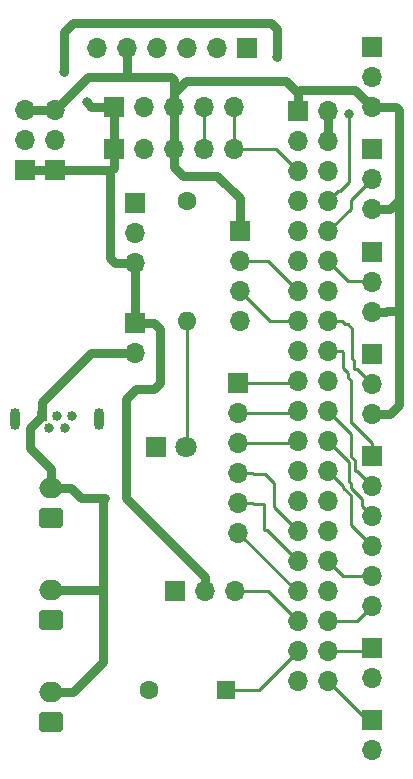
<source format=gtl>
G04 #@! TF.GenerationSoftware,KiCad,Pcbnew,8.0.8*
G04 #@! TF.CreationDate,2025-05-07T21:48:01+01:00*
G04 #@! TF.ProjectId,RPi-flex_PCB02,5250692d-666c-4657-985f-50434230322e,rev?*
G04 #@! TF.SameCoordinates,Original*
G04 #@! TF.FileFunction,Copper,L1,Top*
G04 #@! TF.FilePolarity,Positive*
%FSLAX46Y46*%
G04 Gerber Fmt 4.6, Leading zero omitted, Abs format (unit mm)*
G04 Created by KiCad (PCBNEW 8.0.8) date 2025-05-07 21:48:01*
%MOMM*%
%LPD*%
G01*
G04 APERTURE LIST*
G04 Aperture macros list*
%AMRoundRect*
0 Rectangle with rounded corners*
0 $1 Rounding radius*
0 $2 $3 $4 $5 $6 $7 $8 $9 X,Y pos of 4 corners*
0 Add a 4 corners polygon primitive as box body*
4,1,4,$2,$3,$4,$5,$6,$7,$8,$9,$2,$3,0*
0 Add four circle primitives for the rounded corners*
1,1,$1+$1,$2,$3*
1,1,$1+$1,$4,$5*
1,1,$1+$1,$6,$7*
1,1,$1+$1,$8,$9*
0 Add four rect primitives between the rounded corners*
20,1,$1+$1,$2,$3,$4,$5,0*
20,1,$1+$1,$4,$5,$6,$7,0*
20,1,$1+$1,$6,$7,$8,$9,0*
20,1,$1+$1,$8,$9,$2,$3,0*%
G04 Aperture macros list end*
G04 #@! TA.AperFunction,ComponentPad*
%ADD10R,1.600000X1.600000*%
G04 #@! TD*
G04 #@! TA.AperFunction,ComponentPad*
%ADD11C,1.600000*%
G04 #@! TD*
G04 #@! TA.AperFunction,ComponentPad*
%ADD12R,1.700000X1.700000*%
G04 #@! TD*
G04 #@! TA.AperFunction,ComponentPad*
%ADD13O,1.700000X1.700000*%
G04 #@! TD*
G04 #@! TA.AperFunction,ComponentPad*
%ADD14RoundRect,0.250000X0.750000X-0.600000X0.750000X0.600000X-0.750000X0.600000X-0.750000X-0.600000X0*%
G04 #@! TD*
G04 #@! TA.AperFunction,ComponentPad*
%ADD15O,2.000000X1.700000*%
G04 #@! TD*
G04 #@! TA.AperFunction,ComponentPad*
%ADD16O,1.600000X1.600000*%
G04 #@! TD*
G04 #@! TA.AperFunction,ComponentPad*
%ADD17R,0.840000X0.840000*%
G04 #@! TD*
G04 #@! TA.AperFunction,ComponentPad*
%ADD18C,0.840000*%
G04 #@! TD*
G04 #@! TA.AperFunction,ComponentPad*
%ADD19O,0.850000X1.850000*%
G04 #@! TD*
G04 #@! TA.AperFunction,ComponentPad*
%ADD20R,1.800000X1.800000*%
G04 #@! TD*
G04 #@! TA.AperFunction,ComponentPad*
%ADD21C,1.800000*%
G04 #@! TD*
G04 #@! TA.AperFunction,ViaPad*
%ADD22C,0.800000*%
G04 #@! TD*
G04 #@! TA.AperFunction,Conductor*
%ADD23C,0.250000*%
G04 #@! TD*
G04 #@! TA.AperFunction,Conductor*
%ADD24C,0.750000*%
G04 #@! TD*
G04 APERTURE END LIST*
D10*
X128270000Y-124460000D03*
D11*
X121770000Y-124460000D03*
D12*
X118745000Y-75057000D03*
D13*
X121285000Y-75057000D03*
X123825000Y-75057000D03*
X126365000Y-75057000D03*
X128905000Y-75057000D03*
D12*
X118745000Y-78613000D03*
D13*
X121285000Y-78613000D03*
X123825000Y-78613000D03*
X126365000Y-78613000D03*
X128905000Y-78613000D03*
D12*
X111252000Y-80391000D03*
D13*
X111252000Y-77851000D03*
X111252000Y-75311000D03*
D12*
X113792000Y-80391000D03*
D13*
X113792000Y-77851000D03*
X113792000Y-75311000D03*
D12*
X130048000Y-70104000D03*
D13*
X127508000Y-70104000D03*
X124968000Y-70104000D03*
X122428000Y-70104000D03*
X119888000Y-70104000D03*
X117348000Y-70104000D03*
D12*
X120523000Y-83185000D03*
D13*
X120523000Y-85725000D03*
X120523000Y-88265000D03*
D14*
X113411000Y-109855000D03*
D15*
X113411000Y-107355000D03*
D14*
X113411000Y-118491000D03*
D15*
X113411000Y-115991000D03*
D14*
X113411000Y-127127000D03*
D15*
X113411000Y-124627000D03*
D11*
X124968000Y-83058000D03*
D16*
X124968000Y-93218000D03*
D12*
X129413000Y-85598000D03*
D13*
X129413000Y-88138000D03*
X129413000Y-90678000D03*
X129413000Y-93218000D03*
D17*
X112649000Y-101219000D03*
D18*
X113299000Y-102219000D03*
X113949000Y-101219000D03*
X114599000Y-102219000D03*
X115249000Y-101219000D03*
D19*
X110374000Y-101439000D03*
X117524000Y-101439000D03*
D12*
X120523000Y-93345000D03*
D13*
X120523000Y-95885000D03*
D12*
X140589000Y-104648000D03*
D13*
X140589000Y-107188000D03*
X140589000Y-109728000D03*
X140589000Y-112268000D03*
X140589000Y-114808000D03*
X140589000Y-117348000D03*
D12*
X140589000Y-69977000D03*
D13*
X140589000Y-72517000D03*
X140589000Y-75057000D03*
D12*
X140589000Y-78613000D03*
D13*
X140589000Y-81153000D03*
X140589000Y-83693000D03*
D12*
X140589000Y-127000000D03*
D13*
X140589000Y-129540000D03*
D12*
X140589000Y-87300000D03*
D13*
X140589000Y-89840000D03*
X140589000Y-92380000D03*
D12*
X140589000Y-120904000D03*
D13*
X140589000Y-123444000D03*
D12*
X140589000Y-96012000D03*
D13*
X140589000Y-98552000D03*
X140589000Y-101092000D03*
D12*
X123952000Y-116078000D03*
D13*
X126492000Y-116078000D03*
X129032000Y-116078000D03*
D20*
X122301000Y-103886000D03*
D21*
X124841000Y-103886000D03*
D12*
X129286000Y-98425000D03*
D13*
X129286000Y-100965000D03*
X129286000Y-103505000D03*
X129286000Y-106045000D03*
X129286000Y-108585000D03*
X129286000Y-111125000D03*
D12*
X134366000Y-75438000D03*
D13*
X136906000Y-75438000D03*
X134366000Y-77978000D03*
X136906000Y-77978000D03*
X134366000Y-80518000D03*
X136906000Y-80518000D03*
X134366000Y-83058000D03*
X136906000Y-83058000D03*
X134366000Y-85598000D03*
X136906000Y-85598000D03*
X134366000Y-88138000D03*
X136906000Y-88138000D03*
X134366000Y-90678000D03*
X136906000Y-90678000D03*
X134366000Y-93218000D03*
X136906000Y-93218000D03*
X134366000Y-95758000D03*
X136906000Y-95758000D03*
X134366000Y-98298000D03*
X136906000Y-98298000D03*
X134366000Y-100838000D03*
X136906000Y-100838000D03*
X134366000Y-103378000D03*
X136906000Y-103378000D03*
X134366000Y-105918000D03*
X136906000Y-105918000D03*
X134366000Y-108458000D03*
X136906000Y-108458000D03*
X134366000Y-110998000D03*
X136906000Y-110998000D03*
X134366000Y-113538000D03*
X136906000Y-113538000D03*
X134366000Y-116078000D03*
X136906000Y-116078000D03*
X134366000Y-118618000D03*
X136906000Y-118618000D03*
X134366000Y-121158000D03*
X136906000Y-121158000D03*
X134366000Y-123698000D03*
X136906000Y-123698000D03*
D22*
X114554000Y-72136000D03*
X116459000Y-74676000D03*
X132588000Y-70866000D03*
X138684000Y-75692000D03*
D23*
X131064000Y-124460000D02*
X134366000Y-121158000D01*
X128270000Y-124460000D02*
X131064000Y-124460000D01*
D24*
X133366919Y-72838919D02*
X134366000Y-73838000D01*
X142875000Y-100330000D02*
X142113000Y-101092000D01*
X139192000Y-73660000D02*
X140589000Y-75057000D01*
X123571000Y-72517000D02*
X123825000Y-72771000D01*
X141791081Y-92380000D02*
X141842081Y-92329000D01*
X140589000Y-92380000D02*
X141791081Y-92380000D01*
X142875000Y-92329000D02*
X142875000Y-82931000D01*
X129413000Y-82804000D02*
X127508000Y-80899000D01*
X124587000Y-80899000D02*
X123825000Y-80137000D01*
X141842081Y-92329000D02*
X142875000Y-92329000D01*
X123825000Y-72771000D02*
X123825000Y-75057000D01*
X123825000Y-75057000D02*
X123825000Y-78613000D01*
X142113000Y-83693000D02*
X140589000Y-83693000D01*
X134366000Y-73838000D02*
X134366000Y-75438000D01*
X134544000Y-73660000D02*
X139192000Y-73660000D01*
X142875000Y-100330000D02*
X142875000Y-92329000D01*
X116586000Y-72517000D02*
X119888000Y-72517000D01*
X127508000Y-80899000D02*
X124587000Y-80899000D01*
X123825000Y-80137000D02*
X123825000Y-78613000D01*
X142875000Y-75311000D02*
X142875000Y-82931000D01*
X119888000Y-70104000D02*
X119888000Y-71306081D01*
X113792000Y-75311000D02*
X116586000Y-72517000D01*
X119888000Y-72517000D02*
X123571000Y-72517000D01*
X142113000Y-101092000D02*
X140589000Y-101092000D01*
X129413000Y-85598000D02*
X129413000Y-82804000D01*
X111252000Y-75311000D02*
X113792000Y-75311000D01*
X124841000Y-72838919D02*
X133366919Y-72838919D01*
X142621000Y-75057000D02*
X142875000Y-75311000D01*
X140589000Y-75057000D02*
X142621000Y-75057000D01*
X134366000Y-73838000D02*
X134544000Y-73660000D01*
X119888000Y-71306081D02*
X119888000Y-72517000D01*
X123825000Y-73854919D02*
X124841000Y-72838919D01*
X123825000Y-75057000D02*
X123825000Y-73854919D01*
X142875000Y-82931000D02*
X142113000Y-83693000D01*
X117856000Y-108331000D02*
X117856000Y-115951000D01*
X111252000Y-80391000D02*
X113792000Y-80391000D01*
X118745000Y-75057000D02*
X118745000Y-78613000D01*
X118313000Y-80391000D02*
X113792000Y-80391000D01*
X136906000Y-75438000D02*
X136906000Y-77978000D01*
X117221000Y-108204000D02*
X117983000Y-108204000D01*
X118440000Y-80518000D02*
X118313000Y-80391000D01*
X117856000Y-122047000D02*
X115276000Y-124627000D01*
X116840000Y-75057000D02*
X116459000Y-74676000D01*
X116813000Y-95885000D02*
X112649000Y-100049000D01*
X113411000Y-105755000D02*
X111633000Y-103977000D01*
X126492000Y-116078000D02*
X126492000Y-114875919D01*
X118872000Y-88265000D02*
X118440000Y-87833000D01*
X113411000Y-107355000D02*
X113411000Y-105755000D01*
X119820081Y-108204000D02*
X119820081Y-99762919D01*
X115316000Y-67945000D02*
X130624002Y-67945000D01*
X118745000Y-75057000D02*
X116840000Y-75057000D01*
X114554000Y-68707000D02*
X115316000Y-67945000D01*
X119820081Y-99762919D02*
X120650000Y-98933000D01*
X122682000Y-98425000D02*
X122682000Y-93853000D01*
X116010000Y-108204000D02*
X117221000Y-108204000D01*
X114554000Y-72136000D02*
X114554000Y-68707000D01*
X120523000Y-88265000D02*
X120523000Y-93345000D01*
X118440000Y-87833000D02*
X118440000Y-80518000D01*
X122174000Y-98933000D02*
X122682000Y-98425000D01*
X122174000Y-93345000D02*
X120523000Y-93345000D01*
X117983000Y-108204000D02*
X117856000Y-108331000D01*
X126492000Y-114875919D02*
X119820081Y-108204000D01*
X132080000Y-67945000D02*
X132588000Y-68453000D01*
X115161000Y-107355000D02*
X116010000Y-108204000D01*
X118745000Y-78613000D02*
X118745000Y-80213000D01*
X115161000Y-115991000D02*
X115201000Y-115951000D01*
X130624002Y-67945000D02*
X132080000Y-67945000D01*
X120523000Y-95885000D02*
X116813000Y-95885000D01*
X132588000Y-68453000D02*
X132588000Y-70866000D01*
X115276000Y-124627000D02*
X113411000Y-124627000D01*
X117856000Y-115951000D02*
X117856000Y-122047000D01*
X122682000Y-93853000D02*
X122174000Y-93345000D01*
X111633000Y-102235000D02*
X112649000Y-101219000D01*
X120523000Y-88265000D02*
X118872000Y-88265000D01*
X111633000Y-103977000D02*
X111633000Y-102235000D01*
X112649000Y-100049000D02*
X112649000Y-101219000D01*
X118745000Y-80213000D02*
X118440000Y-80518000D01*
X113411000Y-107355000D02*
X115161000Y-107355000D01*
X113411000Y-115991000D02*
X115161000Y-115991000D01*
X120650000Y-98933000D02*
X122174000Y-98933000D01*
X115201000Y-115951000D02*
X117856000Y-115951000D01*
D23*
X136906000Y-121158000D02*
X140335000Y-121158000D01*
X140335000Y-121158000D02*
X140589000Y-120904000D01*
X136906000Y-123698000D02*
X140208000Y-127000000D01*
X140208000Y-127000000D02*
X140589000Y-127000000D01*
X132461000Y-78613000D02*
X134366000Y-80518000D01*
X128905000Y-75057000D02*
X128905000Y-76259081D01*
X128905000Y-76259081D02*
X128905000Y-78613000D01*
X128905000Y-78613000D02*
X132461000Y-78613000D01*
X126365000Y-75057000D02*
X126365000Y-76259081D01*
X126365000Y-76259081D02*
X126365000Y-78613000D01*
X138811000Y-98171000D02*
X138811000Y-101854000D01*
X140589000Y-103548000D02*
X140589000Y-104648000D01*
X138616081Y-97976081D02*
X138616081Y-97595081D01*
X136906000Y-95758000D02*
X138108081Y-95758000D01*
X138176000Y-97155000D02*
X138176000Y-95825919D01*
X138895000Y-101854000D02*
X140589000Y-103548000D01*
X138176000Y-95825919D02*
X138108081Y-95758000D01*
X138811000Y-101854000D02*
X138895000Y-101854000D01*
X138616081Y-97976081D02*
X138811000Y-98171000D01*
X138616081Y-97595081D02*
X138176000Y-97155000D01*
X138811000Y-102743000D02*
X138811000Y-104646590D01*
X136906000Y-100838000D02*
X138811000Y-102743000D01*
X139319000Y-105918000D02*
X140589000Y-107188000D01*
X138811000Y-104646590D02*
X139192000Y-105027590D01*
X139192000Y-105027590D02*
X139192000Y-105918000D01*
X139192000Y-105918000D02*
X139319000Y-105918000D01*
X138684000Y-106807000D02*
X138811000Y-106934000D01*
X138811000Y-106934000D02*
X138811000Y-107313590D01*
X136906000Y-103378000D02*
X138684000Y-105156000D01*
X138684000Y-105156000D02*
X138684000Y-106807000D01*
X139739001Y-108878001D02*
X140589000Y-109728000D01*
X139739001Y-108241591D02*
X139739001Y-108878001D01*
X138811000Y-107313590D02*
X139739001Y-108241591D01*
X140589000Y-112268000D02*
X138811000Y-110490000D01*
X138811000Y-110490000D02*
X138811000Y-107950000D01*
X138176000Y-107315000D02*
X138176000Y-107188000D01*
X138811000Y-107950000D02*
X138176000Y-107315000D01*
X138176000Y-107188000D02*
X136906000Y-105918000D01*
X138176000Y-114808000D02*
X136906000Y-113538000D01*
X140589000Y-114808000D02*
X138176000Y-114808000D01*
X139319000Y-118618000D02*
X140589000Y-117348000D01*
X136906000Y-118618000D02*
X139319000Y-118618000D01*
X137755999Y-82208001D02*
X137882999Y-82208001D01*
X138684000Y-81407000D02*
X138684000Y-75692000D01*
X137882999Y-82208001D02*
X138684000Y-81407000D01*
X136906000Y-83058000D02*
X137755999Y-82208001D01*
X138811000Y-82931000D02*
X140589000Y-81153000D01*
X136906000Y-85598000D02*
X138811000Y-83693000D01*
X138811000Y-83693000D02*
X138811000Y-82931000D01*
X136906000Y-88138000D02*
X138557000Y-89789000D01*
X138557000Y-89789000D02*
X140589000Y-89789000D01*
X129413000Y-88138000D02*
X131826000Y-88138000D01*
X131826000Y-88138000D02*
X134366000Y-90678000D01*
X129413000Y-90678000D02*
X131953000Y-93218000D01*
X131953000Y-93218000D02*
X134366000Y-93218000D01*
X139065000Y-96520000D02*
X139065000Y-97282000D01*
X138938000Y-96393000D02*
X139065000Y-96520000D01*
X138938000Y-93853000D02*
X138938000Y-96393000D01*
X139319000Y-97282000D02*
X140589000Y-98552000D01*
X138362081Y-93472000D02*
X138557000Y-93472000D01*
X138557000Y-93472000D02*
X138938000Y-93853000D01*
X138108081Y-93218000D02*
X138362081Y-93472000D01*
X136906000Y-93218000D02*
X138108081Y-93218000D01*
X139065000Y-97282000D02*
X139319000Y-97282000D01*
X134239000Y-98425000D02*
X134366000Y-98298000D01*
X129286000Y-98425000D02*
X134239000Y-98425000D01*
X129286000Y-100965000D02*
X134239000Y-100965000D01*
X134239000Y-100965000D02*
X134366000Y-100838000D01*
X129286000Y-103505000D02*
X134239000Y-103505000D01*
X134239000Y-103505000D02*
X134366000Y-103378000D01*
X131572000Y-106172000D02*
X132334000Y-106934000D01*
X130615081Y-106172000D02*
X131572000Y-106172000D01*
X132334000Y-108966000D02*
X133516001Y-110148001D01*
X129286000Y-106045000D02*
X130488081Y-106045000D01*
X130488081Y-106045000D02*
X130615081Y-106172000D01*
X132334000Y-106934000D02*
X132334000Y-108966000D01*
X133516001Y-110148001D02*
X134366000Y-110998000D01*
X131445000Y-108712000D02*
X131445000Y-110871000D01*
X131445000Y-110871000D02*
X131699000Y-110871000D01*
X130615081Y-108712000D02*
X131445000Y-108712000D01*
X131699000Y-110871000D02*
X134366000Y-113538000D01*
X130488081Y-108585000D02*
X130615081Y-108712000D01*
X129286000Y-108585000D02*
X130488081Y-108585000D01*
X129286000Y-111125000D02*
X134239000Y-116078000D01*
X134239000Y-116078000D02*
X134366000Y-116078000D01*
X124968000Y-93218000D02*
X124968000Y-103759000D01*
X124968000Y-103759000D02*
X124841000Y-103886000D01*
X129032000Y-116078000D02*
X131826000Y-116078000D01*
X131826000Y-116078000D02*
X134366000Y-118618000D01*
M02*

</source>
